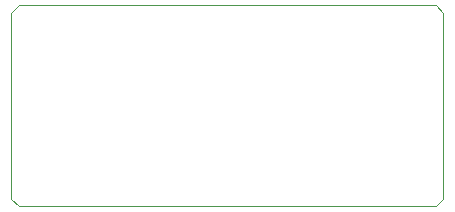
<source format=gbr>
%TF.GenerationSoftware,KiCad,Pcbnew,9.0.6*%
%TF.CreationDate,2026-01-11T12:01:31+09:00*%
%TF.ProjectId,EEPtoMASK_ROM1Mbit,45455074-6f4d-4415-934b-5f524f4d314d,rev?*%
%TF.SameCoordinates,Original*%
%TF.FileFunction,Profile,NP*%
%FSLAX46Y46*%
G04 Gerber Fmt 4.6, Leading zero omitted, Abs format (unit mm)*
G04 Created by KiCad (PCBNEW 9.0.6) date 2026-01-11 12:01:31*
%MOMM*%
%LPD*%
G01*
G04 APERTURE LIST*
%TA.AperFunction,Profile*%
%ADD10C,0.100000*%
%TD*%
G04 APERTURE END LIST*
D10*
X76073000Y-20701000D02*
X76708000Y-21336000D01*
X40132000Y-21336000D02*
X40132000Y-37084000D01*
X76708000Y-37084000D02*
X76708000Y-21336000D01*
X76073000Y-37719000D02*
X76708000Y-37084000D01*
X76073000Y-20701000D02*
X40767000Y-20701000D01*
X40767000Y-37719000D02*
X76073000Y-37719000D01*
X40132000Y-37084000D02*
X40767000Y-37719000D01*
X40132000Y-21336000D02*
X40767000Y-20701000D01*
M02*

</source>
